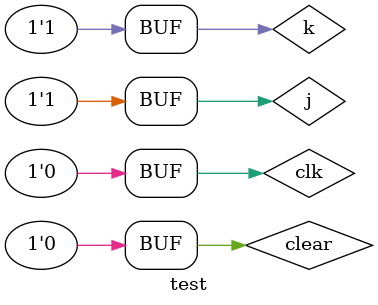
<source format=v>

`include "jk.v"

module contador(output[4:0]s,input x, input y, input clear,input clk);

wire [4:0]qnot;


jkff jk0(s[0],qnot[0],x,y,clk,clear);
jkff jk1(s[1],qnot[1],x,y,s[0],clear);
jkff jk2(s[2],qnot[2],x,y,s[1],clear);
jkff jk3(s[3],qnot[3],x,y,s[2],clear);
jkff jk4(s[4],qnot[4],x,y,s[3],clear);

endmodule

module test;

reg j, k, clear;
reg clk;
wire [4:0] s;

contador ct1 (s,j,k,clear,clk);
/*
initial begin
  clear = 1;
  j = 1;
  k = 0;
  clk = 0;
end
*/
initial begin:main
               // execucao unitaria
      $display("Exercicio91 - xxx yyy zzz - 999999");
      $display("Teste 1:");
      $monitor ( "%d %b %b %b %b %b %b %b %b %b %d", $time, j, k, clear, clk, s[4], s[3], s[2], s[1], s[0],s ); 

#1 clk = 1; j=1; k=0; clear=0;
#1 clk = 0; k=1;
#1 clk = 1;
#1 clk = 0;
#1 clk = 1;
#1 clk = 0;
#1 clk = 1;
#1 clk = 0;
#1 clk = 1;
#1 clk = 0;
#1 clk = 1;
#1 clk = 0;
#1 clk = 1;
#1 clk = 0;

end
endmodule // testbuffer
</source>
